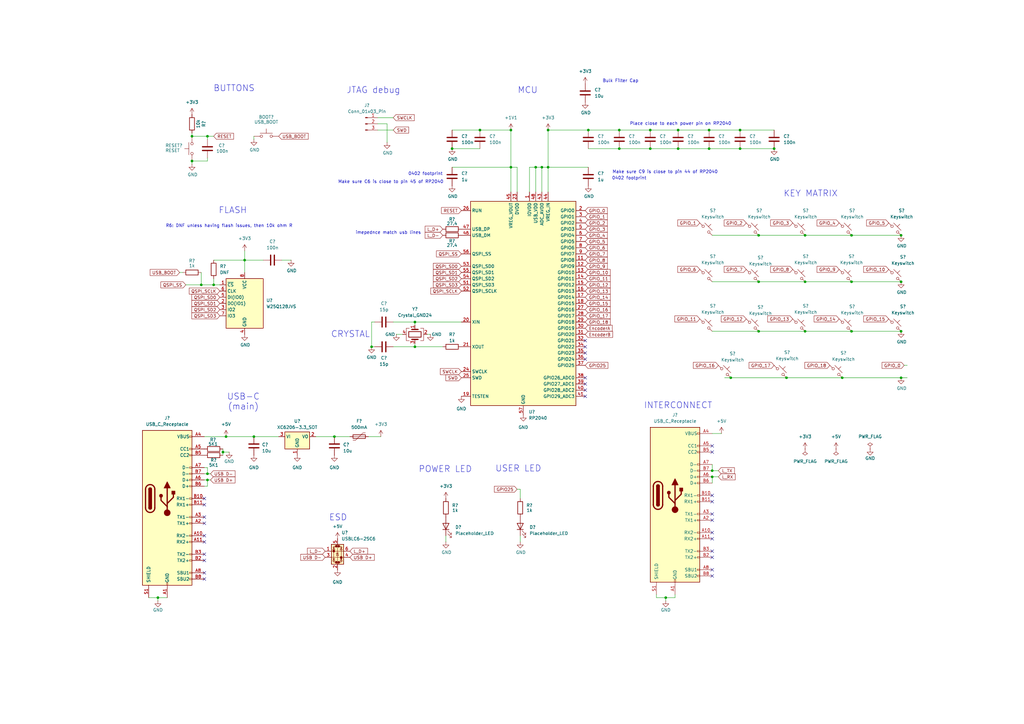
<source format=kicad_sch>
(kicad_sch (version 20231120) (generator "eeschema") (generator_version "8.0")
  (paper "A3")
  (junction (at 311.15 135.89))
  (junction (at 219.71 68.58))
  (junction (at 266.7 53.34))
  (junction (at 85.09 55.88))
  (junction (at 254 53.34))
  (junction (at 349.25 115.57))
  (junction (at 254 60.96))
  (junction (at 369.57 115.57))
  (junction (at 303.53 60.96))
  (junction (at 278.13 53.34))
  (junction (at 170.18 132.08))
  (junction (at 91.44 185.42))
  (junction (at 82.55 116.84))
  (junction (at 311.15 96.52))
  (junction (at 330.2 115.57))
  (junction (at 290.83 60.96))
  (junction (at 85.09 194.31))
  (junction (at 369.57 154.94))
  (junction (at 299.72 154.94))
  (junction (at 311.15 115.57))
  (junction (at 330.2 96.52))
  (junction (at 87.63 116.84))
  (junction (at 224.79 53.34))
  (junction (at 152.4 142.24))
  (junction (at 345.44 154.94))
  (junction (at 273.05 245.11))
  (junction (at 330.2 135.89))
  (junction (at 137.16 179.07))
  (junction (at 196.85 53.34))
  (junction (at 78.74 55.88))
  (junction (at 278.13 60.96))
  (junction (at 317.5 60.96))
  (junction (at 100.33 106.68))
  (junction (at 292.1 193.04))
  (junction (at 266.7 60.96))
  (junction (at 292.1 195.58))
  (junction (at 369.57 96.52))
  (junction (at 170.18 142.24))
  (junction (at 209.55 53.34))
  (junction (at 349.25 135.89))
  (junction (at 224.79 68.58))
  (junction (at 369.57 135.89))
  (junction (at 185.42 60.96))
  (junction (at 92.71 179.07))
  (junction (at 85.09 196.85))
  (junction (at 64.77 245.11))
  (junction (at 104.14 179.07))
  (junction (at 78.74 66.04))
  (junction (at 209.55 68.58))
  (junction (at 241.3 53.34))
  (junction (at 349.25 96.52))
  (junction (at 322.58 154.94))
  (junction (at 222.25 68.58))
  (junction (at 303.53 53.34))
  (junction (at 290.83 53.34))
  (no_connect (at 292.1 203.2))
  (no_connect (at 240.03 154.94))
  (no_connect (at 240.03 162.56))
  (no_connect (at 292.1 205.74))
  (no_connect (at 83.82 222.25))
  (no_connect (at 240.03 147.32))
  (no_connect (at 240.03 139.7))
  (no_connect (at 292.1 220.98))
  (no_connect (at 240.03 157.48))
  (no_connect (at 83.82 219.71))
  (no_connect (at 292.1 228.6))
  (no_connect (at 83.82 234.95))
  (no_connect (at 292.1 233.68))
  (no_connect (at 292.1 182.88))
  (no_connect (at 292.1 210.82))
  (no_connect (at 292.1 185.42))
  (no_connect (at 292.1 236.22))
  (no_connect (at 292.1 213.36))
  (no_connect (at 83.82 204.47))
  (no_connect (at 292.1 226.06))
  (no_connect (at 83.82 214.63))
  (no_connect (at 83.82 227.33))
  (no_connect (at 240.03 160.02))
  (no_connect (at 83.82 229.87))
  (no_connect (at 292.1 218.44))
  (no_connect (at 83.82 237.49))
  (no_connect (at 240.03 142.24))
  (no_connect (at 83.82 207.01))
  (no_connect (at 83.82 212.09))
  (no_connect (at 240.03 144.78))
  (wire (pts (xy 303.53 53.34) (xy 290.83 53.34)))
  (wire (pts (xy 161.29 142.24) (xy 170.18 142.24)))
  (wire (pts (xy 266.7 53.34) (xy 254 53.34)))
  (wire (pts (xy 100.33 106.68) (xy 100.33 111.76)))
  (wire (pts (xy 87.63 106.68) (xy 100.33 106.68)))
  (wire (pts (xy 311.15 96.52) (xy 330.2 96.52)))
  (wire (pts (xy 241.3 53.34) (xy 224.79 53.34)))
  (wire (pts (xy 78.74 67.31) (xy 78.74 66.04)))
  (wire (pts (xy 292.1 135.89) (xy 311.15 135.89)))
  (wire (pts (xy 266.7 60.96) (xy 278.13 60.96)))
  (wire (pts (xy 369.57 154.94) (xy 372.11 154.94)))
  (wire (pts (xy 87.63 114.3) (xy 87.63 116.84)))
  (wire (pts (xy 292.1 195.58) (xy 294.64 195.58)))
  (wire (pts (xy 85.09 66.04) (xy 78.74 66.04)))
  (wire (pts (xy 185.42 68.58) (xy 209.55 68.58)))
  (wire (pts (xy 311.15 135.89) (xy 330.2 135.89)))
  (wire (pts (xy 85.09 196.85) (xy 85.09 199.39)))
  (wire (pts (xy 85.09 194.31) (xy 83.82 194.31)))
  (wire (pts (xy 209.55 53.34) (xy 209.55 68.58)))
  (wire (pts (xy 85.09 55.88) (xy 87.63 55.88)))
  (wire (pts (xy 217.17 68.58) (xy 219.71 68.58)))
  (wire (pts (xy 330.2 135.89) (xy 349.25 135.89)))
  (wire (pts (xy 92.71 179.07) (xy 104.14 179.07)))
  (wire (pts (xy 222.25 68.58) (xy 224.79 68.58)))
  (wire (pts (xy 82.55 116.84) (xy 87.63 116.84)))
  (wire (pts (xy 176.53 137.16) (xy 175.26 137.16)))
  (wire (pts (xy 330.2 96.52) (xy 349.25 96.52)))
  (wire (pts (xy 273.05 245.11) (xy 276.86 245.11)))
  (wire (pts (xy 269.24 245.11) (xy 269.24 243.84)))
  (wire (pts (xy 64.77 246.38) (xy 64.77 245.11)))
  (wire (pts (xy 322.58 154.94) (xy 345.44 154.94)))
  (wire (pts (xy 213.36 222.25) (xy 213.36 219.71)))
  (wire (pts (xy 273.05 246.38) (xy 273.05 245.11)))
  (wire (pts (xy 299.72 154.94) (xy 322.58 154.94)))
  (wire (pts (xy 196.85 53.34) (xy 209.55 53.34)))
  (wire (pts (xy 209.55 68.58) (xy 209.55 78.74)))
  (wire (pts (xy 100.33 106.68) (xy 107.95 106.68)))
  (wire (pts (xy 278.13 60.96) (xy 290.83 60.96)))
  (wire (pts (xy 213.36 200.66) (xy 213.36 204.47)))
  (wire (pts (xy 212.09 200.66) (xy 213.36 200.66)))
  (wire (pts (xy 276.86 245.11) (xy 276.86 243.84)))
  (wire (pts (xy 224.79 68.58) (xy 224.79 78.74)))
  (wire (pts (xy 290.83 53.34) (xy 278.13 53.34)))
  (wire (pts (xy 73.66 111.76) (xy 74.93 111.76)))
  (wire (pts (xy 292.1 193.04) (xy 294.64 193.04)))
  (wire (pts (xy 156.21 179.07) (xy 151.13 179.07)))
  (wire (pts (xy 292.1 115.57) (xy 311.15 115.57)))
  (wire (pts (xy 154.94 50.8) (xy 158.75 50.8)))
  (wire (pts (xy 295.91 177.8) (xy 292.1 177.8)))
  (wire (pts (xy 85.09 55.88) (xy 85.09 57.15)))
  (wire (pts (xy 64.77 245.11) (xy 68.58 245.11)))
  (wire (pts (xy 349.25 135.89) (xy 369.57 135.89)))
  (wire (pts (xy 82.55 111.76) (xy 82.55 116.84)))
  (wire (pts (xy 292.1 190.5) (xy 292.1 193.04)))
  (wire (pts (xy 161.29 53.34) (xy 154.94 53.34)))
  (wire (pts (xy 254 53.34) (xy 241.3 53.34)))
  (wire (pts (xy 91.44 184.15) (xy 91.44 185.42)))
  (wire (pts (xy 86.36 196.85) (xy 85.09 196.85)))
  (wire (pts (xy 185.42 60.96) (xy 196.85 60.96)))
  (wire (pts (xy 212.09 78.74) (xy 212.09 68.58)))
  (wire (pts (xy 104.14 179.07) (xy 114.3 179.07)))
  (wire (pts (xy 86.36 194.31) (xy 85.09 194.31)))
  (wire (pts (xy 303.53 60.96) (xy 317.5 60.96)))
  (wire (pts (xy 152.4 132.08) (xy 153.67 132.08)))
  (wire (pts (xy 78.74 54.61) (xy 78.74 55.88)))
  (wire (pts (xy 241.3 60.96) (xy 254 60.96)))
  (wire (pts (xy 85.09 196.85) (xy 83.82 196.85)))
  (wire (pts (xy 297.18 154.94) (xy 299.72 154.94)))
  (wire (pts (xy 170.18 140.97) (xy 170.18 142.24)))
  (wire (pts (xy 129.54 179.07) (xy 137.16 179.07)))
  (wire (pts (xy 104.14 57.15) (xy 104.14 55.88)))
  (wire (pts (xy 224.79 68.58) (xy 241.3 68.58)))
  (wire (pts (xy 182.88 222.25) (xy 182.88 219.71)))
  (wire (pts (xy 100.33 102.87) (xy 100.33 106.68)))
  (wire (pts (xy 152.4 142.24) (xy 153.67 142.24)))
  (wire (pts (xy 158.75 50.8) (xy 158.75 58.42)))
  (wire (pts (xy 93.98 185.42) (xy 91.44 185.42)))
  (wire (pts (xy 87.63 116.84) (xy 90.17 116.84)))
  (wire (pts (xy 254 60.96) (xy 266.7 60.96)))
  (wire (pts (xy 85.09 191.77) (xy 83.82 191.77)))
  (wire (pts (xy 345.44 154.94) (xy 369.57 154.94)))
  (wire (pts (xy 212.09 68.58) (xy 209.55 68.58)))
  (wire (pts (xy 161.29 48.26) (xy 154.94 48.26)))
  (wire (pts (xy 76.2 116.84) (xy 82.55 116.84)))
  (wire (pts (xy 311.15 115.57) (xy 330.2 115.57)))
  (wire (pts (xy 119.38 106.68) (xy 115.57 106.68)))
  (wire (pts (xy 85.09 199.39) (xy 83.82 199.39)))
  (wire (pts (xy 152.4 132.08) (xy 152.4 142.24)))
  (wire (pts (xy 349.25 96.52) (xy 369.57 96.52)))
  (wire (pts (xy 185.42 53.34) (xy 196.85 53.34)))
  (wire (pts (xy 161.29 132.08) (xy 170.18 132.08)))
  (wire (pts (xy 292.1 96.52) (xy 311.15 96.52)))
  (wire (pts (xy 278.13 53.34) (xy 266.7 53.34)))
  (wire (pts (xy 170.18 132.08) (xy 170.18 133.35)))
  (wire (pts (xy 372.11 149.86) (xy 370.84 149.86)))
  (wire (pts (xy 349.25 115.57) (xy 369.57 115.57)))
  (wire (pts (xy 143.51 179.07) (xy 137.16 179.07)))
  (wire (pts (xy 224.79 53.34) (xy 224.79 68.58)))
  (wire (pts (xy 170.18 142.24) (xy 181.61 142.24)))
  (wire (pts (xy 222.25 68.58) (xy 222.25 78.74)))
  (wire (pts (xy 85.09 191.77) (xy 85.09 194.31)))
  (wire (pts (xy 91.44 185.42) (xy 91.44 186.69)))
  (wire (pts (xy 217.17 68.58) (xy 217.17 78.74)))
  (wire (pts (xy 269.24 245.11) (xy 273.05 245.11)))
  (wire (pts (xy 292.1 195.58) (xy 292.1 198.12)))
  (wire (pts (xy 83.82 179.07) (xy 92.71 179.07)))
  (wire (pts (xy 78.74 55.88) (xy 85.09 55.88)))
  (wire (pts (xy 330.2 115.57) (xy 349.25 115.57)))
  (wire (pts (xy 290.83 60.96) (xy 303.53 60.96)))
  (wire (pts (xy 219.71 68.58) (xy 219.71 78.74)))
  (wire (pts (xy 60.96 245.11) (xy 64.77 245.11)))
  (wire (pts (xy 170.18 132.08) (xy 189.23 132.08)))
  (wire (pts (xy 317.5 53.34) (xy 303.53 53.34)))
  (wire (pts (xy 85.09 64.77) (xy 85.09 66.04)))
  (wire (pts (xy 219.71 68.58) (xy 222.25 68.58)))
  (wire (pts (xy 162.56 137.16) (xy 165.1 137.16)))
  (text "MCU\n" (at 216.408 37.084 0) (effects (font (size 2.54 2.54))))
  (text "Bulk Filter Cap\n" (at 254.508 33.274 0) (effects (font (size 1.27 1.27))))
  (text "Make sure C9 is close to pin 44 of RP2040" (at 272.796 70.612 0) (effects (font (size 1.27 1.27))))
  (text "USER LED\n" (at 212.598 192.278 0) (effects (font (size 2.54 2.54))))
  (text "POWER LED" (at 182.626 192.532 0) (effects (font (size 2.54 2.54))))
  (text "FLASH" (at 95.504 86.36 0) (effects (font (size 2.54 2.54))))
  (text "ESD\n" (at 138.684 212.344 0) (effects (font (size 2.54 2.54))))
  (text "CRYSTAL\n" (at 143.764 137.16 0) (effects (font (size 2.54 2.54))))
  (text "0402 footprint\n" (at 174.498 71.374 0) (effects (font (size 1.27 1.27))))
  (text "INTERCONNECT\n" (at 278.13 166.37 0) (effects (font (size 2.54 2.54))))
  (text "BUTTONS\n" (at 96.012 36.322 0) (effects (font (size 2.54 2.54))))
  (text "Make sure C6 is close to pin 45 of RP2040" (at 160.274 74.676 0) (effects (font (size 1.27 1.27))))
  (text "JTAG debug\n" (at 153.162 37.084 0) (effects (font (size 2.54 2.54))))
  (text "R6: DNF unless having flash issues, then 10k ohm R" (at 93.98 92.71 0) (effects (font (size 1.27 1.27))))
  (text "imepednce match usb lines\n" (at 159.258 95.504 0) (effects (font (size 1.27 1.27))))
  (text "USB-C\n(main)" (at 99.822 164.846 0) (effects (font (size 2.54 2.54))))
  (text "0402 footprint\n" (at 258.064 73.152 0) (effects (font (size 1.27 1.27))))
  (text "Place close to each power pin on RP2040\n" (at 279.146 50.8 0) (effects (font (size 1.27 1.27))))
  (text "KEY MATRIX\n" (at 332.486 79.502 0) (effects (font (size 2.54 2.54))))
  (global_label "SWCLK" (shape input) (at 189.23 152.4 180) (property "Intersheetrefs" "${INTERSHEET_REFS}" (effects (hide yes))))
  (global_label "GPIO25" (shape input) (at 240.03 149.86 0) (property "Intersheetrefs" "${INTERSHEET_REFS}" (effects (hide yes))))
  (global_label "GPIO_13" (shape input) (at 240.03 119.38 0) (property "Intersheetrefs" "${INTERSHEET_REFS}" (effects (hide yes))))
  (global_label "L_D+" (shape input) (at 181.61 93.98 180) (property "Intersheetrefs" "${INTERSHEET_REFS}" (effects (hide yes))))
  (global_label "GPIO_18" (shape input) (at 340.36 149.86 180) (property "Intersheetrefs" "${INTERSHEET_REFS}" (effects (hide yes))))
  (global_label "USB D-" (shape input) (at 86.36 194.31 0) (property "Intersheetrefs" "${INTERSHEET_REFS}" (effects (hide yes))))
  (global_label "SWD" (shape input) (at 189.23 154.94 180) (property "Intersheetrefs" "${INTERSHEET_REFS}" (effects (hide yes))))
  (global_label "QSPI_SD1" (shape input) (at 189.23 111.76 180) (property "Intersheetrefs" "${INTERSHEET_REFS}" (effects (hide yes))))
  (global_label "GPIO_16" (shape input) (at 240.03 127 0) (property "Intersheetrefs" "${INTERSHEET_REFS}" (effects (hide yes))))
  (global_label "GPIO_15" (shape input) (at 364.49 130.81 180) (property "Intersheetrefs" "${INTERSHEET_REFS}" (effects (hide yes))))
  (global_label "L_D-" (shape input) (at 181.61 96.52 180) (property "Intersheetrefs" "${INTERSHEET_REFS}" (effects (hide yes))))
  (global_label "GPIO25" (shape input) (at 212.09 200.66 180) (property "Intersheetrefs" "${INTERSHEET_REFS}" (effects (hide yes))))
  (global_label "RESET" (shape input) (at 189.23 86.36 180) (property "Intersheetrefs" "${INTERSHEET_REFS}" (effects (hide yes))))
  (global_label "GPIO_17" (shape input) (at 240.03 129.54 0) (property "Intersheetrefs" "${INTERSHEET_REFS}" (effects (hide yes))))
  (global_label "QSPI_SD1" (shape input) (at 90.17 124.46 180) (property "Intersheetrefs" "${INTERSHEET_REFS}" (effects (hide yes))))
  (global_label "L_D-" (shape input) (at 133.35 226.06 180) (property "Intersheetrefs" "${INTERSHEET_REFS}" (effects (hide yes))))
  (global_label "QSPI_SS" (shape input) (at 189.23 104.14 180) (property "Intersheetrefs" "${INTERSHEET_REFS}" (effects (hide yes))))
  (global_label "RESET" (shape input) (at 87.63 55.88 0) (property "Intersheetrefs" "${INTERSHEET_REFS}" (effects (hide yes))))
  (global_label "GPIO_10" (shape input) (at 364.49 110.49 180) (property "Intersheetrefs" "${INTERSHEET_REFS}" (effects (hide yes))))
  (global_label "GPIO_9" (shape input) (at 344.17 110.49 180) (property "Intersheetrefs" "${INTERSHEET_REFS}" (effects (hide yes))))
  (global_label "QSPI_SD0" (shape input) (at 90.17 121.92 180) (property "Intersheetrefs" "${INTERSHEET_REFS}" (effects (hide yes))))
  (global_label "GPIO_8" (shape input) (at 325.12 110.49 180) (property "Intersheetrefs" "${INTERSHEET_REFS}" (effects (hide yes))))
  (global_label "GPIO_0" (shape input) (at 240.03 86.36 0) (property "Intersheetrefs" "${INTERSHEET_REFS}" (effects (hide yes))))
  (global_label "GPIO_5" (shape input) (at 364.49 91.44 180) (property "Intersheetrefs" "${INTERSHEET_REFS}" (effects (hide yes))))
  (global_label "QSPI_SD3" (shape input) (at 189.23 116.84 180) (property "Intersheetrefs" "${INTERSHEET_REFS}" (effects (hide yes))))
  (global_label "SWD" (shape input) (at 161.29 53.34 0) (property "Intersheetrefs" "${INTERSHEET_REFS}" (effects (hide yes))))
  (global_label "USB_BOOT" (shape input) (at 114.3 55.88 0) (property "Intersheetrefs" "${INTERSHEET_REFS}" (effects (hide yes))))
  (global_label "GPIO_4" (shape input) (at 240.03 96.52 0) (property "Intersheetrefs" "${INTERSHEET_REFS}" (effects (hide yes))))
  (global_label "GPIO_0" (shape input) (at 370.84 149.86 180) (property "Intersheetrefs" "${INTERSHEET_REFS}" (effects (hide yes))))
  (global_label "QSPI_SD0" (shape input) (at 189.23 109.22 180) (property "Intersheetrefs" "${INTERSHEET_REFS}" (effects (hide yes))))
  (global_label "GPIO_11" (shape input) (at 287.02 130.81 180) (property "Intersheetrefs" "${INTERSHEET_REFS}" (effects (hide yes))))
  (global_label "QSPI_SCLK" (shape input) (at 189.23 119.38 180) (property "Intersheetrefs" "${INTERSHEET_REFS}" (effects (hide yes))))
  (global_label "QSPI_SS" (shape input) (at 76.2 116.84 180) (property "Intersheetrefs" "${INTERSHEET_REFS}" (effects (hide yes))))
  (global_label "EncoderA" (shape input) (at 240.03 134.62 0) (property "Intersheetrefs" "${INTERSHEET_REFS}" (effects (hide yes))))
  (global_label "GPIO_12" (shape input) (at 306.07 130.81 180) (property "Intersheetrefs" "${INTERSHEET_REFS}" (effects (hide yes))))
  (global_label "SWCLK" (shape input) (at 161.29 48.26 0) (property "Intersheetrefs" "${INTERSHEET_REFS}" (effects (hide yes))))
  (global_label "QSPI_SD2" (shape input) (at 90.17 127 180) (property "Intersheetrefs" "${INTERSHEET_REFS}" (effects (hide yes))))
  (global_label "GPIO_1" (shape input) (at 240.03 88.9 0) (property "Intersheetrefs" "${INTERSHEET_REFS}" (effects (hide yes))))
  (global_label "GPIO_11" (shape input) (at 240.03 114.3 0) (property "Intersheetrefs" "${INTERSHEET_REFS}" (effects (hide yes))))
  (global_label "GPIO_15" (shape input) (at 240.03 124.46 0) (property "Intersheetrefs" "${INTERSHEET_REFS}" (effects (hide yes))))
  (global_label "USB D-" (shape input) (at 133.35 228.6 180) (property "Intersheetrefs" "${INTERSHEET_REFS}" (effects (hide yes))))
  (global_label "GPIO_1" (shape input) (at 287.02 91.44 180) (property "Intersheetrefs" "${INTERSHEET_REFS}" (effects (hide yes))))
  (global_label "QSPI_SCLK" (shape input) (at 90.17 119.38 180) (property "Intersheetrefs" "${INTERSHEET_REFS}" (effects (hide yes))))
  (global_label "QSPI_SD3" (shape input) (at 90.17 129.54 180) (property "Intersheetrefs" "${INTERSHEET_REFS}" (effects (hide yes))))
  (global_label "L_RX" (shape input) (at 294.64 195.58 0) (property "Intersheetrefs" "${INTERSHEET_REFS}" (effects (hide yes))))
  (global_label "GPIO_13" (shape input) (at 325.12 130.81 180) (property "Intersheetrefs" "${INTERSHEET_REFS}" (effects (hide yes))))
  (global_label "GPIO_5" (shape input) (at 240.03 99.06 0) (property "Intersheetrefs" "${INTERSHEET_REFS}" (effects (hide yes))))
  (global_label "USB D+" (shape input) (at 143.51 228.6 0) (property "Intersheetrefs" "${INTERSHEET_REFS}" (effects (hide yes))))
  (global_label "GPIO_17" (shape input) (at 317.5 149.86 180) (property "Intersheetrefs" "${INTERSHEET_REFS}" (effects (hide yes))))
  (global_label "QSPI_SD2" (shape input) (at 189.23 114.3 180) (property "Intersheetrefs" "${INTERSHEET_REFS}" (effects (hide yes))))
  (global_label "USB_BOOT" (shape input) (at 73.66 111.76 180) (property "Intersheetrefs" "${INTERSHEET_REFS}" (effects (hide yes))))
  (global_label "GPIO_10" (shape input) (at 240.03 111.76 0) (property "Intersheetrefs" "${INTERSHEET_REFS}" (effects (hide yes))))
  (global_label "GPIO_14" (shape input) (at 240.03 121.92 0) (property "Intersheetrefs" "${INTERSHEET_REFS}" (effects (hide yes))))
  (global_label "GPIO_18" (shape input) (at 240.03 132.08 0) (property "Intersheetrefs" "${INTERSHEET_REFS}" (effects (hide yes))))
  (global_label "GPIO_3" (shape input) (at 240.03 93.98 0) (property "Intersheetrefs" "${INTERSHEET_REFS}" (effects (hide yes))))
  (global_label "GPIO_12" (shape input) (at 240.03 116.84 0) (property "Intersheetrefs" "${INTERSHEET_REFS}" (effects (hide yes))))
  (global_label "L_TX" (shape input) (at 294.64 193.04 0) (property "Intersheetrefs" "${INTERSHEET_REFS}" (effects (hide yes))))
  (global_label "GPIO_2" (shape input) (at 240.03 91.44 0) (property "Intersheetrefs" "${INTERSHEET_REFS}" (effects (hide yes))))
  (global_label "GPIO_7" (shape input) (at 240.03 104.14 0) (property "Intersheetrefs" "${INTERSHEET_REFS}" (effects (hide yes))))
  (global_label "EncoderB" (shape input) (at 240.03 137.16 0) (property "Intersheetrefs" "${INTERSHEET_REFS}" (effects (hide yes))))
  (global_label "GPIO_3" (shape input) (at 325.12 91.44 180) (property "Intersheetrefs" "${INTERSHEET_REFS}" (effects (hide yes))))
  (global_label "GPIO_8" (shape input) (at 240.03 106.68 0) (property "Intersheetrefs" "${INTERSHEET_REFS}" (effects (hide yes))))
  (global_label "L_D+" (shape input) (at 143.51 226.06 0) (property "Intersheetrefs" "${INTERSHEET_REFS}" (effects (hide yes))))
  (global_label "GPIO_4" (shape input) (at 344.17 91.44 180) (property "Intersheetrefs" "${INTERSHEET_REFS}" (effects (hide yes))))
  (global_label "USB D+" (shape input) (at 86.36 196.85 0) (property "Intersheetrefs" "${INTERSHEET_REFS}" (effects (hide yes))))
  (global_label "GPIO_6" (shape input) (at 287.02 110.49 180) (property "Intersheetrefs" "${INTERSHEET_REFS}" (effects (hide yes))))
  (global_label "GPIO_16" (shape input) (at 294.64 149.86 180) (property "Intersheetrefs" "${INTERSHEET_REFS}" (effects (hide yes))))
  (global_label "GPIO_6" (shape input) (at 240.03 101.6 0) (property "Intersheetrefs" "${INTERSHEET_REFS}" (effects (hide yes))))
  (global_label "GPIO_2" (shape input) (at 306.07 91.44 180) (property "Intersheetrefs" "${INTERSHEET_REFS}" (effects (hide yes))))
  (global_label "GPIO_14" (shape input) (at 344.17 130.81 180) (property "Intersheetrefs" "${INTERSHEET_REFS}" (effects (hide yes))))
  (global_label "GPIO_9" (shape input) (at 240.03 109.22 0) (property "Intersheetrefs" "${INTERSHEET_REFS}" (effects (hide yes))))
  (global_label "GPIO_7" (shape input) (at 306.07 110.49 180) (property "Intersheetrefs" "${INTERSHEET_REFS}" (effects (hide yes))))
  (symbol (lib_id "Device:C") (at 157.48 132.08 270) (unit 1)
    (property "Reference" "C?" (at 157.48 124.46 90))
    (property "Value" "15p" (at 157.48 127 90))
    (property "Footprint" "ScottoKeebs_Components:Capacitor_0603" (effects (hide yes)))
    (property "Description" "Unpolarized capacitor" (effects (hide yes)))
  )
  (symbol (lib_id "power:+3V3") (at 224.79 53.34 0) (unit 1)
    (property "Reference" "#PWR028" (effects (hide yes)))
    (property "Value" "+3V3" (at 224.79 48.26 0))
    (property "Description" "Power symbol creates a global label with name \"+3V3\"" (effects (hide yes)))
  )
  (symbol (lib_id "Device:R") (at 87.63 184.15 90) (unit 1)
    (property "Reference" "R?" (at 87.376 180.34 90))
    (property "Value" "5K1" (at 87.376 182.118 90))
    (property "Footprint" "Resistor_SMD:R_0603_1608Metric" (effects (hide yes)))
    (property "Description" "Resistor" (effects (hide yes)))
  )
  (symbol (lib_id "power:PWR_FLAG") (at 342.9 184.15 180) (unit 1)
    (property "Reference" "#FLG02" (effects (hide yes)))
    (property "Value" "PWR_FLAG" (at 342.9 189.23 0))
    (property "Description" "Special symbol for telling ERC where power comes from" (effects (hide yes)))
  )
  (symbol (lib_id "Device:C") (at 137.16 182.88 0) (unit 1)
    (property "Reference" "C?" (at 140.716 182.372 0) (effects (justify left)))
    (property "Value" "10u" (at 140.716 184.912 0) (effects (justify left)))
    (property "Footprint" "ScottoKeebs_Components:Capacitor_0603" (effects (hide yes)))
    (property "Description" "Unpolarized capacitor" (effects (hide yes)))
  )
  (symbol (lib_id "Device:C") (at 85.09 60.96 180) (unit 1)
    (property "Reference" "C?" (at 90.932 59.69 0))
    (property "Value" "100n" (at 91.186 61.976 0))
    (property "Footprint" "ScottoKeebs_Components:Capacitor_0603" (effects (hide yes)))
    (property "Description" "Unpolarized capacitor" (effects (hide yes)))
  )
  (symbol (lib_id "ScottoKeebs:Placeholder_Polyfuse") (at 147.32 179.07 0) (unit 1)
    (property "Reference" "F?" (at 147.32 172.72 0))
    (property "Value" "500mA" (at 147.32 175.26 0))
    (property "Footprint" "ScottoKeebs_Components:Fuse_0603" (effects (hide yes)))
    (property "Description" "Resettable fuse, polymeric positive temperature coefficient" (effects (hide yes)))
  )
  (symbol (lib_id "ScottoKeebs:Placeholder_Keyswitch") (at 308.61 113.03 0) (unit 1)
    (property "Reference" "S?" (at 311.912 105.664 0))
    (property "Value" "Keyswitch" (at 311.912 108.204 0))
    (property "Footprint" "ScottoKeebs_Hotswap:Hotswap_Choc_V2_Plated_1.00u" (effects (hide yes)))
    (property "Description" "Push button switch, normally open, two pins, 45° tilted" (effects (hide yes)))
  )
  (symbol (lib_id "ScottoKeebs:Placeholder_Keyswitch") (at 342.9 152.4 0) (unit 1)
    (property "Reference" "S?" (at 345.948 144.78 0))
    (property "Value" "Keyswitch" (at 345.948 147.32 0))
    (property "Footprint" "ScottoKeebs_Hotswap:Hotswap_Choc_V2_Plated_1.00u" (effects (hide yes)))
    (property "Description" "Push button switch, normally open, two pins, 45° tilted" (effects (hide yes)))
  )
  (symbol (lib_id "power:GND") (at 356.87 184.15 0) (unit 1)
    (property "Reference" "#PWR037" (effects (hide yes)))
    (property "Value" "GND" (at 354.838 187.96 0) (effects (justify left)))
    (property "Description" "Power symbol creates a global label with name \"GND\" , ground" (effects (hide yes)))
  )
  (symbol (lib_id "ScottoKeebs:Placeholder_Keyswitch") (at 367.03 113.03 0) (unit 1)
    (property "Reference" "S?" (at 370.332 105.41 0))
    (property "Value" "Keyswitch" (at 370.332 107.95 0))
    (property "Footprint" "ScottoKeebs_Hotswap:Hotswap_Choc_V2_Plated_1.00u" (effects (hide yes)))
    (property "Description" "Push button switch, normally open, two pins, 45° tilted" (effects (hide yes)))
  )
  (symbol (lib_id "ScottoKeebs:Placeholder_Keyswitch") (at 289.56 133.35 0) (unit 1)
    (property "Reference" "S?" (at 292.354 125.476 0))
    (property "Value" "Keyswitch" (at 292.354 128.016 0))
    (property "Footprint" "ScottoKeebs_Hotswap:Hotswap_Choc_V2_Plated_1.00u" (effects (hide yes)))
    (property "Description" "Push button switch, normally open, two pins, 45° tilted" (effects (hide yes)))
  )
  (symbol (lib_id "Device:R") (at 185.42 142.24 90) (unit 1)
    (property "Reference" "R?" (at 185.42 137.16 90))
    (property "Value" "1k" (at 185.42 139.7 90))
    (property "Footprint" "Resistor_SMD:R_0603_1608Metric" (effects (hide yes)))
    (property "Description" "Resistor" (effects (hide yes)))
  )
  (symbol (lib_id "power:+5V") (at 92.71 179.07 0) (unit 1)
    (property "Reference" "#PWR04" (effects (hide yes)))
    (property "Value" "+5V" (at 92.71 173.99 0))
    (property "Description" "Power symbol creates a global label with name \"+5V\"" (effects (hide yes)))
  )
  (symbol (lib_id "power:+1V1") (at 209.55 53.34 0) (unit 1)
    (property "Reference" "#PWR025" (effects (hide yes)))
    (property "Value" "+1V1" (at 209.55 48.26 0))
    (property "Description" "Power symbol creates a global label with name \"+1V1\"" (effects (hide yes)))
  )
  (symbol (lib_id "power:GND") (at 185.42 60.96 0) (unit 1)
    (property "Reference" "#PWR022" (effects (hide yes)))
    (property "Value" "GND" (at 185.674 65.278 0))
    (property "Description" "Power symbol creates a global label with name \"GND\" , ground" (effects (hide yes)))
  )
  (symbol (lib_id "power:GND") (at 213.36 222.25 0) (unit 1)
    (property "Reference" "#PWR026" (effects (hide yes)))
    (property "Value" "GND" (at 213.614 226.568 0))
    (property "Description" "Power symbol creates a global label with name \"GND\" , ground" (effects (hide yes)))
  )
  (symbol (lib_id "power:+5V") (at 138.43 220.98 0) (unit 1)
    (property "Reference" "#PWR013" (effects (hide yes)))
    (property "Value" "+5V" (at 138.43 215.9 0))
    (property "Description" "Power symbol creates a global label with name \"+5V\"" (effects (hide yes)))
  )
  (symbol (lib_id "power:GND") (at 369.57 135.89 0) (unit 1)
    (property "Reference" "#PWR040" (effects (hide yes)))
    (property "Value" "GND" (at 369.824 140.208 0))
    (property "Description" "Power symbol creates a global label with name \"GND\" , ground" (effects (hide yes)))
  )
  (symbol (lib_id "ScottoKeebs:Placeholder_Keyswitch") (at 297.18 152.4 0) (unit 1)
    (property "Reference" "S?" (at 300.482 145.034 0))
    (property "Value" "Keyswitch" (at 300.482 147.574 0))
    (property "Footprint" "ScottoKeebs_Hotswap:Hotswap_Choc_V2_Plated_1.00u" (effects (hide yes)))
    (property "Description" "Push button switch, normally open, two pins, 45° tilted" (effects (hide yes)))
  )
  (symbol (lib_id "Device:C") (at 185.42 72.39 0) (unit 1)
    (property "Reference" "C?" (at 189.23 71.1199 0) (effects (justify left)))
    (property "Value" "1u" (at 189.23 73.6599 0) (effects (justify left)))
    (property "Footprint" "ScottoKeebs_Components:Capacitor_0402" (effects (hide yes)))
    (property "Description" "Unpolarized capacitor" (effects (hide yes)))
  )
  (symbol (lib_id "power:GND") (at 369.57 96.52 0) (unit 1)
    (property "Reference" "#PWR038" (effects (hide yes)))
    (property "Value" "GND" (at 369.824 100.838 0))
    (property "Description" "Power symbol creates a global label with name \"GND\" , ground" (effects (hide yes)))
  )
  (symbol (lib_id "power:GND") (at 100.33 137.16 0) (unit 1)
    (property "Reference" "#PWR07" (effects (hide yes)))
    (property "Value" "GND" (at 100.584 141.478 0))
    (property "Description" "Power symbol creates a global label with name \"GND\" , ground" (effects (hide yes)))
  )
  (symbol (lib_id "Device:C") (at 278.13 57.15 0) (unit 1)
    (property "Reference" "C?" (at 281.94 55.8799 0) (effects (justify left)))
    (property "Value" "100n" (at 281.94 58.4199 0) (effects (justify left)))
    (property "Footprint" "ScottoKeebs_Components:Capacitor_0603" (effects (hide yes)))
    (property "Description" "Unpolarized capacitor" (effects (hide yes)))
  )
  (symbol (lib_id "Device:C") (at 185.42 57.15 0) (unit 1)
    (property "Reference" "C?" (at 189.23 55.8799 0) (effects (justify left)))
    (property "Value" "100n" (at 189.23 58.4199 0) (effects (justify left)))
    (property "Footprint" "ScottoKeebs_Components:Capacitor_0603" (effects (hide yes)))
    (property "Description" "Unpolarized capacitor" (effects (hide yes)))
  )
  (symbol (lib_id "power:+3V3") (at 330.2 184.15 0) (unit 1)
    (property "Reference" "#PWR035" (effects (hide yes)))
    (property "Value" "+3V3" (at 330.2 179.07 0))
    (property "Description" "Power symbol creates a global label with name \"+3V3\"" (effects (hide yes)))
  )
  (symbol (lib_id "ScottoKeebs:Placeholder_Keyswitch") (at 308.61 133.35 0) (unit 1)
    (property "Reference" "S?" (at 311.912 125.984 0))
    (property "Value" "Keyswitch" (at 311.912 128.524 0))
    (property "Footprint" "ScottoKeebs_Hotswap:Hotswap_Choc_V2_Plated_1.00u" (effects (hide yes)))
    (property "Description" "Push button switch, normally open, two pins, 45° tilted" (effects (hide yes)))
  )
  (symbol (lib_id "power:GND") (at 189.23 162.56 0) (unit 1)
    (property "Reference" "#PWR024" (effects (hide yes)))
    (property "Value" "GND" (at 189.23 167.64 0))
    (property "Description" "Power symbol creates a global label with name \"GND\" , ground" (effects (hide yes)))
  )
  (symbol (lib_id "power:GND") (at 104.14 186.69 0) (unit 1)
    (property "Reference" "#PWR09" (effects (hide yes)))
    (property "Value" "GND" (at 104.14 191.77 0))
    (property "Description" "Power symbol creates a global label with name \"GND\" , ground" (effects (hide yes)))
  )
  (symbol (lib_id "power:GND") (at 121.92 186.69 0) (unit 1)
    (property "Reference" "#PWR011" (effects (hide yes)))
    (property "Value" "GND" (at 121.92 191.77 0))
    (property "Description" "Power symbol creates a global label with name \"GND\" , ground" (effects (hide yes)))
  )
  (symbol (lib_id "Device:R") (at 185.42 93.98 90) (unit 1)
    (property "Reference" "R?" (at 185.42 89.916 90))
    (property "Value" "27.4" (at 185.42 91.694 90))
    (property "Footprint" "Resistor_SMD:R_0603_1608Metric" (effects (hide yes)))
    (property "Description" "Resistor" (effects (hide yes)))
  )
  (symbol (lib_id "power:+3V3") (at 78.74 46.99 0) (unit 1)
    (property "Reference" "#PWR02" (effects (hide yes)))
    (property "Value" "+3V3" (at 78.74 41.91 0))
    (property "Description" "Power symbol creates a global label with name \"+3V3\"" (effects (hide yes)))
  )
  (symbol (lib_id "power:GND") (at 119.38 106.68 0) (unit 1)
    (property "Reference" "#PWR010" (effects (hide yes)))
    (property "Value" "GND" (at 119.634 110.998 0))
    (property "Description" "Power symbol creates a global label with name \"GND\" , ground" (effects (hide yes)))
  )
  (symbol (lib_id "ScottoKeebs:Placeholder_LED") (at 182.88 215.9 90) (unit 1)
    (property "Reference" "D?" (at 186.69 216.2174 90) (effects (justify right)))
    (property "Value" "Placeholder_LED" (at 186.69 218.7574 90) (effects (justify right)))
    (property "Footprint" "ScottoKeebs_Components:LED_0805" (effects (hide yes)))
    (property "Description" "Light emitting diode" (effects (hide yes)))
  )
  (symbol (lib_id "ScottoKeebs:Placeholder_Keyswitch") (at 327.66 133.35 0) (unit 1)
    (property "Reference" "S?" (at 330.454 125.476 0))
    (property "Value" "Keyswitch" (at 330.454 128.016 0))
    (property "Footprint" "ScottoKeebs_Hotswap:Hotswap_Choc_V2_Plated_1.00u" (effects (hide yes)))
    (property "Description" "Push button switch, normally open, two pins, 45° tilted" (effects (hide yes)))
  )
  (symbol (lib_id "Device:C") (at 111.76 106.68 90) (unit 1)
    (property "Reference" "C?" (at 111.76 99.06 90))
    (property "Value" "100n" (at 111.76 101.6 90))
    (property "Footprint" "ScottoKeebs_Components:Capacitor_0603" (effects (hide yes)))
    (property "Description" "Unpolarized capacitor" (effects (hide yes)))
  )
  (symbol (lib_id "Device:C") (at 157.48 142.24 270) (unit 1)
    (property "Reference" "C?" (at 157.48 146.812 90))
    (property "Value" "15p" (at 157.48 149.352 90))
    (property "Footprint" "ScottoKeebs_Components:Capacitor_0603" (effects (hide yes)))
    (property "Description" "Unpolarized capacitor" (effects (hide yes)))
  )
  (symbol (lib_id "power:+5V") (at 295.91 177.8 0) (unit 1)
    (property "Reference" "#PWR033" (effects (hide yes)))
    (property "Value" "+5V" (at 295.91 172.72 0))
    (property "Description" "Power symbol creates a global label with name \"+5V\"" (effects (hide yes)))
  )
  (symbol (lib_id "Device:C") (at 317.5 57.15 0) (unit 1)
    (property "Reference" "C?" (at 321.31 55.8799 0) (effects (justify left)))
    (property "Value" "100n" (at 321.31 58.4199 0) (effects (justify left)))
    (property "Footprint" "ScottoKeebs_Components:Capacitor_0603" (effects (hide yes)))
    (property "Description" "Unpolarized capacitor" (effects (hide yes)))
  )
  (symbol (lib_id "Device:C") (at 104.14 182.88 0) (unit 1)
    (property "Reference" "C?" (at 107.442 182.372 0) (effects (justify left)))
    (property "Value" "10u" (at 107.442 184.912 0) (effects (justify left)))
    (property "Footprint" "ScottoKeebs_Components:Capacitor_0603" (effects (hide yes)))
    (property "Description" "Unpolarized capacitor" (effects (hide yes)))
  )
  (symbol (lib_id "ScottoKeebs:Placeholder_LED") (at 213.36 215.9 90) (unit 1)
    (property "Reference" "D?" (at 217.17 216.2174 90) (effects (justify right)))
    (property "Value" "Placeholder_LED" (at 217.17 218.7574 90) (effects (justify right)))
    (property "Footprint" "ScottoKeebs_Components:LED_0805" (effects (hide yes)))
    (property "Description" "Light emitting diode" (effects (hide yes)))
  )
  (symbol (lib_id "Device:C") (at 303.53 57.15 0) (unit 1)
    (property "Reference" "C?" (at 307.34 55.8799 0) (effects (justify left)))
    (property "Value" "100n" (at 307.34 58.4199 0) (effects (justify left)))
    (property "Footprint" "ScottoKeebs_Components:Capacitor_0603" (effects (hide yes)))
    (property "Description" "Unpolarized capacitor" (effects (hide yes)))
  )
  (symbol (lib_id "Device:C") (at 266.7 57.15 0) (unit 1)
    (property "Reference" "C?" (at 270.51 55.8799 0) (effects (justify left)))
    (property "Value" "100n" (at 270.51 58.4199 0) (effects (justify left)))
    (property "Footprint" "ScottoKeebs_Components:Capacitor_0603" (effects (hide yes)))
    (property "Description" "Unpolarized capacitor" (effects (hide yes)))
  )
  (symbol (lib_id "Device:C") (at 254 57.15 0) (unit 1)
    (property "Reference" "C?" (at 257.81 55.8799 0) (effects (justify left)))
    (property "Value" "100n" (at 257.81 58.4199 0) (effects (justify left)))
    (property "Footprint" "ScottoKeebs_Components:Capacitor_0603" (effects (hide yes)))
    (property "Description" "Unpolarized capacitor" (effects (hide yes)))
  )
  (symbol (lib_id "power:GND") (at 158.75 58.42 0) (unit 1)
    (property "Reference" "#PWR017" (effects (hide yes)))
    (property "Value" "GND" (at 159.004 62.738 0))
    (property "Description" "Power symbol creates a global label with name \"GND\" , ground" (effects (hide yes)))
  )
  (symbol (lib_id "Device:C") (at 196.85 57.15 0) (unit 1)
    (property "Reference" "C?" (at 200.66 55.8799 0) (effects (justify left)))
    (property "Value" "100n" (at 200.66 58.4199 0) (effects (justify left)))
    (property "Footprint" "ScottoKeebs_Components:Capacitor_0603" (effects (hide yes)))
    (property "Description" "Unpolarized capacitor" (effects (hide yes)))
  )
  (symbol (lib_id "MCU_RaspberryPi:RP2040") (at 214.63 124.46 0) (unit 1)
    (property "Reference" "U?" (at 216.8241 168.91 0) (effects (justify left)))
    (property "Value" "RP2040" (at 216.8241 171.45 0) (effects (justify left)))
    (property "Footprint" "Package_DFN_QFN:QFN-56-1EP_7x7mm_P0.4mm_EP3.2x3.2mm" (effects (hide yes)))
    (property "Datasheet" "https://datasheets.raspberrypi.com/rp2040/rp2040-datasheet.pdf" (effects (hide yes)))
    (property "Description" "A microcontroller by Raspberry Pi" (effects (hide yes)))
  )
  (symbol (lib_id "power:GND") (at 369.57 115.57 0) (unit 1)
    (property "Reference" "#PWR039" (effects (hide yes)))
    (property "Value" "GND" (at 369.824 119.888 0))
    (property "Description" "Power symbol creates a global label with name \"GND\" , ground" (effects (hide yes)))
  )
  (symbol (lib_id "power:+3V3") (at 100.33 102.87 0) (unit 1)
    (property "Reference" "#PWR06" (effects (hide yes)))
    (property "Value" "+3V3" (at 100.33 97.79 0))
    (property "Description" "Power symbol creates a global label with name \"+3V3\"" (effects (hide yes)))
  )
  (symbol (lib_id "ScottoKeebs:Placeholder_Keyswitch") (at 327.66 113.03 0) (unit 1)
    (property "Reference" "S?" (at 330.454 105.156 0))
    (property "Value" "Keyswitch" (at 330.454 107.696 0))
    (property "Footprint" "ScottoKeebs_Hotswap:Hotswap_Choc_V2_Plated_1.00u" (effects (hide yes)))
    (property "Description" "Push button switch, normally open, two pins, 45° tilted" (effects (hide yes)))
  )
  (symbol (lib_id "power:GND") (at 317.5 60.96 0) (unit 1)
    (property "Reference" "#PWR034" (effects (hide yes)))
    (property "Value" "GND" (at 317.754 65.278 0))
    (property "Description" "Power symbol creates a global label with name \"GND\" , ground" (effects (hide yes)))
  )
  (symbol (lib_id "power:GND") (at 240.03 41.91 0) (unit 1)
    (property "Reference" "#PWR030" (effects (hide yes)))
    (property "Value" "GND" (at 240.284 46.228 0))
    (property "Description" "Power symbol creates a global label with name \"GND\" , ground" (effects (hide yes)))
  )
  (symbol (lib_id "ScottoKeebs:Placeholder_Keyswitch") (at 346.71 113.03 0) (unit 1)
    (property "Reference" "S?" (at 349.25 105.156 0))
    (property "Value" "Keyswitch" (at 349.25 107.696 0))
    (property "Footprint" "ScottoKeebs_Hotswap:Hotswap_Choc_V2_Plated_1.00u" (effects (hide yes)))
    (property "Description" "Push button switch, normally open, two pins, 45° tilted" (effects (hide yes)))
  )
  (symbol (lib_id "power:GND") (at 138.43 233.68 0) (unit 1)
    (property "Reference" "#PWR014" (effects (hide yes)))
    (property "Value" "GND" (at 138.43 238.76 0))
    (property "Description" "Power symbol creates a global label with name \"GND\" , ground" (effects (hide yes)))
  )
  (symbol (lib_id "Switch:SW_Push") (at 109.22 55.88 0) (unit 1)
    (property "Reference" "BOOT?" (at 109.22 48.006 0))
    (property "Value" "USB_BOOT" (at 109.22 50.038 0))
    (property "Footprint" "Button_Switch_SMD:SW_Push_1P1T_NO_CK_KMR2" (effects (hide yes)))
    (property "Description" "Push button switch, generic, two pins" (effects (hide yes)))
  )
  (symbol (lib_id "power:GND") (at 93.98 185.42 0) (unit 1)
    (property "Reference" "#PWR05" (effects (hide yes)))
    (property "Value" "GND" (at 91.948 189.23 0) (effects (justify left)))
    (property "Description" "Power symbol creates a global label with name \"GND\" , ground" (effects (hide yes)))
  )
  (symbol (lib_id "power:GND") (at 241.3 76.2 0) (unit 1)
    (property "Reference" "#PWR031" (effects (hide yes)))
    (property "Value" "GND" (at 241.554 80.518 0))
    (property "Description" "Power symbol creates a global label with name \"GND\" , ground" (effects (hide yes)))
  )
  (symbol (lib_id "Device:C") (at 241.3 72.39 0) (unit 1)
    (property "Reference" "C?" (at 245.11 71.1199 0) (effects (justify left)))
    (property "Value" "1u" (at 245.11 73.6599 0) (effects (justify left)))
    (property "Footprint" "ScottoKeebs_Components:Capacitor_0402" (effects (hide yes)))
    (property "Description" "Unpolarized capacitor" (effects (hide yes)))
  )
  (symbol (lib_id "ScottoKeebs:Placeholder_Keyswitch") (at 346.71 93.98 0) (unit 1)
    (property "Reference" "S?" (at 349.504 86.36 0))
    (property "Value" "Keyswitch" (at 349.504 88.9 0))
    (property "Footprint" "ScottoKeebs_Hotswap:Hotswap_Choc_V2_Plated_1.00u" (effects (hide yes)))
    (property "Description" "Push button switch, normally open, two pins, 45° tilted" (effects (hide yes)))
  )
  (symbol (lib_id "ScottoKeebs:Placeholder_Keyswitch") (at 320.04 152.4 0) (unit 1)
    (property "Reference" "S?" (at 322.834 144.526 0))
    (property "Value" "Keyswitch" (at 322.834 147.066 0))
    (property "Footprint" "ScottoKeebs_Hotswap:Hotswap_Choc_V2_Plated_1.00u" (effects (hide yes)))
    (property "Description" "Push button switch, normally open, two pins, 45° tilted" (effects (hide yes)))
  )
  (symbol (lib_id "Device:C") (at 240.03 38.1 0) (unit 1)
    (property "Reference" "C?" (at 243.84 36.8299 0) (effects (justify left)))
    (property "Value" "10u" (at 243.84 39.3699 0) (effects (justify left)))
    (property "Footprint" "ScottoKeebs_Components:Capacitor_0603" (effects (hide yes)))
    (property "Description" "Unpolarized capacitor" (effects (hide yes)))
  )
  (symbol (lib_id "ScottoKeebs:Placeholder_Keyswitch") (at 327.66 93.98 0) (unit 1)
    (property "Reference" "S?" (at 330.454 86.36 0))
    (property "Value" "Keyswitch" (at 330.454 88.9 0))
    (property "Footprint" "ScottoKeebs_Hotswap:Hotswap_Choc_V2_Plated_1.00u" (effects (hide yes)))
    (property "Description" "Push button switch, normally open, two pins, 45° tilted" (effects (hide yes)))
  )
  (symbol (lib_id "power:PWR_FLAG") (at 356.87 184.15 0) (unit 1)
    (property "Reference" "#FLG03" (effects (hide yes)))
    (property "Value" "PWR_FLAG" (at 356.87 179.07 0))
    (property "Description" "Special symbol for telling ERC where power comes from" (effects (hide yes)))
  )
  (symbol (lib_id "power:+5V") (at 342.9 184.15 0) (unit 1)
    (property "Reference" "#PWR036" (effects (hide yes)))
    (property "Value" "+5V" (at 342.9 179.07 0))
    (property "Description" "Power symbol creates a global label with name \"+5V\"" (effects (hide yes)))
  )
  (symbol (lib_id "ScottoKeebs:Placeholder_Keyswitch") (at 289.56 113.03 0) (unit 1)
    (property "Reference" "S?" (at 292.354 105.156 0))
    (property "Value" "Keyswitch" (at 292.354 107.696 0))
    (property "Footprint" "ScottoKeebs_Hotswap:Hotswap_Choc_V2_Plated_1.00u" (effects (hide yes)))
    (property "Description" "Push button switch, normally open, two pins, 45° tilted" (effects (hide yes)))
  )
  (symbol (lib_id "Device:R") (at 185.42 96.52 270) (unit 1)
    (property "Reference" "R?" (at 185.42 98.806 90))
    (property "Value" "27.4" (at 185.42 100.584 90))
    (property "Footprint" "Resistor_SMD:R_0603_1608Metric" (effects (hide yes)))
    (property "Description" "Resistor" (effects (hide yes)))
  )
  (symbol (lib_id "Device:R") (at 87.63 186.69 90) (unit 1)
    (property "Reference" "R?" (at 87.63 188.722 90))
    (property "Value" "5K1" (at 87.63 190.754 90))
    (property "Footprint" "Resistor_SMD:R_0603_1608Metric" (effects (hide yes)))
    (property "Description" "Resistor" (effects (hide yes)))
  )
  (symbol (lib_id "Device:Crystal_GND24") (at 170.18 137.16 270) (unit 1)
    (property "Reference" "Y?" (at 170.18 126.746 90))
    (property "Value" "Crystal_GND24" (at 170.18 129.286 90))
    (property "Footprint" "Crystal:Crystal_SMD_Abracon_ABM8G-4Pin_3.2x2.5mm" (effects (hide yes)))
    (property "Description" "Four pin crystal, GND on pins 2 and 4" (effects (hide yes)))
  )
  (symbol (lib_id "power:GND") (at 104.14 57.15 0) (unit 1)
    (property "Reference" "#PWR08" (effects (hide yes)))
    (property "Value" "GND" (at 104.394 61.468 0))
    (property "Description" "Power symbol creates a global label with name \"GND\" , ground" (effects (hide yes)))
  )
  (symbol (lib_id "power:GND") (at 185.42 76.2 0) (unit 1)
    (property "Reference" "#PWR023" (effects (hide yes)))
    (property "Value" "GND" (at 185.674 80.518 0))
    (property "Description" "Power symbol creates a global label with name \"GND\" , ground" (effects (hide yes)))
  )
  (symbol (lib_id "Connector:Conn_01x03_Pin") (at 149.86 50.8 0) (unit 1)
    (property "Reference" "J?" (at 150.495 43.18 0))
    (property "Value" "Conn_01x03_Pin" (at 150.495 45.72 0))
    (property "Footprint" "Connector_JST:JST_XH_B3B-XH-AM_1x03_P2.50mm_Vertical" (effects (hide yes)))
    (property "Description" "Generic connector, single row, 01x03, script generated" (effects (hide yes)))
  )
  (symbol (lib_id "power:+3V3") (at 156.21 179.07 0) (unit 1)
    (property "Reference" "#PWR016" (effects (hide yes)))
    (property "Value" "+3V3" (at 156.21 173.99 0))
    (property "Description" "Power symbol creates a global label with name \"+3V3\"" (effects (hide yes)))
  )
  (symbol (lib_id "power:+3V3") (at 182.88 204.47 0) (unit 1)
    (property "Reference" "#PWR020" (effects (hide yes)))
    (property "Value" "+3V3" (at 182.88 199.39 0))
    (property "Description" "Power symbol creates a global label with name \"+3V3\"" (effects (hide yes)))
  )
  (symbol (lib_id "power:GND") (at 78.74 67.31 0) (unit 1)
    (property "Reference" "#PWR03" (effects (hide yes)))
    (property "Value" "GND" (at 78.994 71.628 0))
    (property "Description" "Power symbol creates a global label with name \"GND\" , ground" (effects (hide yes)))
  )
  (symbol (lib_id "ScottoKeebs:Placeholder_Keyswitch") (at 367.03 93.98 0) (unit 1)
    (property "Reference" "S?" (at 369.824 86.36 0))
    (property "Value" "Keyswitch" (at 369.824 88.9 0))
    (property "Footprint" "ScottoKeebs_Hotswap:Hotswap_Choc_V2_Plated_1.00u" (effects (hide yes)))
    (property "Description" "Push button switch, normally open, two pins, 45° tilted" (effects (hide yes)))
  )
  (symbol (lib_id "power:GND") (at 182.88 222.25 0) (unit 1)
    (property "Reference" "#PWR021" (effects (hide yes)))
    (property "Value" "GND" (at 183.134 226.568 0))
    (property "Description" "Power symbol creates a global label with name \"GND\" , ground" (effects (hide yes)))
  )
  (symbol (lib_id "ScottoKeebs:Placeholder_Keyswitch") (at 346.71 133.35 0) (unit 1)
    (property "Reference" "S?" (at 349.504 125.73 0))
    (property "Value" "Keyswitch" (at 349.504 128.27 0))
    (property "Footprint" "ScottoKeebs_Hotswap:Hotswap_Choc_V2_Plated_1.00u" (effects (hide yes)))
    (property "Description" "Push button switch, normally open, two pins, 45° tilted" (effects (hide yes)))
  )
  (symbol (lib_id "Regulator_Linear:NCP1117-3.3_SOT223") (at 121.92 179.07 0) (unit 1)
    (property "Reference" "U?" (at 121.92 172.72 0))
    (property "Value" "XC6206-3.3_SOT" (at 121.92 175.26 0))
    (property "Footprint" "ScottoKeebs_Components:Voltage_SOT-23" (effects (hide yes)))
    (property "Datasheet" "http://www.onsemi.com/pub_link/Collateral/NCP1117-D.PDF" (effects (hide yes)))
    (property "Description" "1A Low drop-out regulator, Fixed Output 3.3V, SOT-223" (effects (hide yes)))
  )
  (symbol (lib_id "ScottoKeebs:Placeholder_Keyswitch") (at 367.03 133.35 0) (unit 1)
    (property "Reference" "S?" (at 370.332 125.73 0))
    (property "Value" "Keyswitch" (at 370.332 128.27 0))
    (property "Footprint" "ScottoKeebs_Hotswap:Hotswap_Choc_V2_Plated_1.00u" (effects (hide yes)))
    (property "Description" "Push button switch, normally open, two pins, 45° tilted" (effects (hide yes)))
  )
  (symbol (lib_id "power:GND") (at 137.16 186.69 0) (unit 1)
    (property "Reference" "#PWR012" (effects (hide yes)))
    (property "Value" "GND" (at 137.16 191.77 0))
    (property "Description" "Power symbol creates a global label with name \"GND\" , ground" (effects (hide yes)))
  )
  (symbol (lib_id "power:GND") (at 162.56 137.16 0) (unit 1)
    (property "Reference" "#PWR018" (effects (hide yes)))
    (property "Value" "GND" (at 160.02 137.16 0))
    (property "Description" "Power symbol creates a global label with name \"GND\" , ground" (effects (hide yes)))
  )
  (symbol (lib_id "Device:R") (at 87.63 110.49 180) (unit 1)
    (property "Reference" "R?" (at 90.17 109.2199 0) (effects (justify right)))
    (property "Value" "DNF" (at 90.17 111.7599 0) (effects (justify right)))
    (property "Footprint" "Resistor_SMD:R_0603_1608Metric" (effects (hide yes)))
    (property "Description" "Resistor" (effects (hide yes)))
  )
  (symbol (lib_id "Device:C") (at 290.83 57.15 0) (unit 1)
    (property "Reference" "C?" (at 294.64 55.8799 0) (effects (justify left)))
    (property "Value" "100n" (at 294.64 58.4199 0) (effects (justify left)))
    (property "Footprint" "ScottoKeebs_Components:Capacitor_0603" (effects (hide yes)))
    (property "Description" "Unpolarized capacitor" (effects (hide yes)))
  )
  (symbol (lib_id "Memory_Flash:W25Q128JVS") (at 100.33 124.46 0) (unit 1)
    (property "Reference" "U?" (at 109.22 123.1899 0) (effects (justify left)))
    (property "Value" "W25Q128JVS" (at 109.22 125.7299 0) (effects (justify left)))
    (property "Footprint" "Package_SO:SOIC-8_5.23x5.23mm_P1.27mm" (effects (hide yes)))
    (property "Datasheet" "https://www.winbond.com/resource-files/w25q128jv_dtr%20revc%2003272018%20plus.pdf" (effects (hide yes)))
    (property "Description" "128Mb Serial Flash Memory, Standard/Dual/Quad SPI, SOIC-8" (effects (hide yes)))
  )
  (symbol (lib_id "Connector:USB_C_Receptacle") (at 68.58 204.47 0) (unit 1)
    (property "Reference" "J?" (at 68.58 171.45 0))
    (property "Value" "USB_C_Receptacle" (at 68.58 173.99 0))
    (property "Footprint" "Connector_USB:USB_C_Receptacle_HRO_TYPE-C-31-M-12" (effects (hide yes)))
    (property "Datasheet" "https://www.usb.org/sites/default/files/documents/usb_type-c.zip" (effects (hide yes)))
    (property "Description" "USB Full-Featured Type-C Receptacle connector" (effects (hide yes)))
  )
  (symbol (lib_id "Device:R") (at 213.36 208.28 0) (unit 1)
    (property "Reference" "R?" (at 217.17 207.264 0))
    (property "Value" "1k" (at 217.17 209.296 0))
    (property "Footprint" "Resistor_SMD:R_0603_1608Metric" (effects (hide yes)))
    (property "Description" "Resistor" (effects (hide yes)))
  )
  (symbol (lib_id "power:GND") (at 152.4 142.24 0) (unit 1)
    (property "Reference" "#PWR015" (effects (hide yes)))
    (property "Value" "GND" (at 152.4 146.558 0))
    (property "Description" "Power symbol creates a global label with name \"GND\" , ground" (effects (hide yes)))
  )
  (symbol (lib_id "power:GND") (at 64.77 246.38 0) (unit 1)
    (property "Reference" "#PWR01" (effects (hide yes)))
    (property "Value" "GND" (at 62.738 250.19 0) (effects (justify left)))
    (property "Description" "Power symbol creates a global label with name \"GND\" , ground" (effects (hide yes)))
  )
  (symbol (lib_id "power:+3V3") (at 240.03 34.29 0) (unit 1)
    (property "Reference" "#PWR029" (effects (hide yes)))
    (property "Value" "+3V3" (at 240.03 29.21 0))
    (property "Description" "Power symbol creates a global label with name \"+3V3\"" (effects (hide yes)))
  )
  (symbol (lib_id "ScottoKeebs:Placeholder_Keyswitch") (at 289.56 93.98 0) (unit 1)
    (property "Reference" "S?" (at 292.354 86.36 0))
    (property "Value" "Keyswitch" (at 292.354 88.9 0))
    (property "Footprint" "ScottoKeebs_Hotswap:Hotswap_Choc_V2_Plated_1.00u" (effects (hide yes)))
    (property "Description" "Push button switch, normally open, two pins, 45° tilted" (effects (hide yes)))
  )
  (symbol (lib_id "power:GND") (at 273.05 246.38 0) (unit 1)
    (property "Reference" "#PWR032" (effects (hide yes)))
    (property "Value" "GND" (at 271.018 250.19 0) (effects (justify left)))
    (property "Description" "Power symbol creates a global label with name \"GND\" , ground" (effects (hide yes)))
  )
  (symbol (lib_id "power:GND") (at 214.63 170.18 0) (unit 1)
    (property "Reference" "#PWR027" (effects (hide yes)))
    (property "Value" "GND" (at 214.63 175.26 0))
    (property "Description" "Power symbol creates a global label with name \"GND\" , ground" (effects (hide yes)))
  )
  (symbol (lib_id "Device:C") (at 241.3 57.15 0) (unit 1)
    (property "Reference" "C?" (at 245.11 55.8799 0) (effects (justify left)))
    (property "Value" "100n" (at 245.11 58.4199 0) (effects (justify left)))
    (property "Footprint" "ScottoKeebs_Components:Capacitor_0603" (effects (hide yes)))
    (property "Description" "Unpolarized capacitor" (effects (hide yes)))
  )
  (symbol (lib_id "ScottoKeebs:Placeholder_Keyswitch") (at 308.61 93.98 0) (unit 1)
    (property "Reference" "S?" (at 311.404 86.36 0))
    (property "Value" "Keyswitch" (at 311.404 88.9 0))
    (property "Footprint" "ScottoKeebs_Hotswap:Hotswap_Choc_V2_Plated_1.00u" (effects (hide yes)))
    (property "Description" "Push button switch, normally open, two pins, 45° tilted" (effects (hide yes)))
  )
  (symbol (lib_id "Device:R") (at 78.74 50.8 0) (unit 1)
    (property "Reference" "R?" (at 83.566 50.8 90))
    (property "Value" "10k" (at 81.28 50.8 90))
    (property "Footprint" "Resistor_SMD:R_0603_1608Metric" (effects (hide yes)))
    (property "Description" "Resistor" (effects (hide yes)))
  )
  (symbol (lib_id "power:GND") (at 369.57 154.94 0) (unit 1)
    (property "Reference" "#PWR041" (effects (hide yes)))
    (property "Value" "GND" (at 369.824 159.258 0))
    (property "Description" "Power symbol creates a global label with name \"GND\" , ground" (effects (hide yes)))
  )
  (symbol (lib_id "power:PWR_FLAG") (at 330.2 184.15 180) (unit 1)
    (property "Reference" "#FLG01" (effects (hide yes)))
    (property "Value" "PWR_FLAG" (at 330.2 189.23 0))
    (property "Description" "Special symbol for telling ERC where power comes from" (effects (hide yes)))
  )
  (symbol (lib_id "Device:R") (at 78.74 111.76 90) (unit 1)
    (property "Reference" "R?" (at 78.74 106.934 90))
    (property "Value" "1k" (at 78.74 108.966 90))
    (property "Footprint" "Resistor_SMD:R_0603_1608Metric" (effects (hide yes)))
    (property "Description" "Resistor" (effects (hide yes)))
  )
  (symbol (lib_id "Switch:SW_Push") (at 78.74 60.96 90) (unit 1)
    (property "Reference" "RESET?" (at 67.818 59.69 90) (effects (justify right)))
    (property "Value" "RESET" (at 67.818 61.722 90) (effects (justify right)))
    (property "Footprint" "Button_Switch_SMD:SW_Push_1P1T_NO_CK_KMR2" (effects (hide yes)))
    (property "Description" "Push button switch, generic, two pins" (effects (hide yes)))
  )
  (symbol (lib_id "power:GND") (at 176.53 137.16 0) (unit 1)
    (property "Reference" "#PWR019" (effects (hide yes)))
    (property "Value" "GND" (at 179.07 137.16 0))
    (property "Description" "Power symbol creates a global label with name \"GND\" , ground" (effects (hide yes)))
  )
  (symbol (lib_id "Power_Protection:USBLC6-2SC6") (at 138.43 226.06 0) (unit 1)
    (property "Reference" "U?" (at 140.0811 218.44 0) (effects (justify left)))
    (property "Value" "USBLC6-2SC6" (at 140.0811 220.98 0) (effects (justify left)))
    (property "Footprint" "Package_TO_SOT_SMD:SOT-23-6" (effects (hide yes)))
    (property "Datasheet" "https://www.st.com/resource/en/datasheet/usblc6-2.pdf" (effects (hide yes)))
    (property "Description" "Very low capacitance ESD protection diode, 2 data-line, SOT-23-6" (effects (hide yes)))
  )
  (symbol (lib_id "Connector:USB_C_Receptacle") (at 276.86 203.2 0) (unit 1)
    (property "Reference" "J?" (at 276.86 170.18 0))
    (property "Value" "USB_C_Receptacle" (at 276.86 172.72 0))
    (property "Footprint" "Connector_USB:USB_C_Receptacle_HRO_TYPE-C-31-M-12" (effects (hide yes)))
    (property "Datasheet" "https://www.usb.org/sites/default/files/documents/usb_type-c.zip" (effects (hide yes)))
    (property "Description" "USB Full-Featured Type-C Receptacle connector" (effects (hide yes)))
  )
  (symbol (lib_id "Device:R") (at 182.88 208.28 0) (unit 1)
    (property "Reference" "R?" (at 186.69 207.264 0))
    (property "Value" "1k" (at 186.69 209.296 0))
    (property "Footprint" "Resistor_SMD:R_0603_1608Metric" (effects (hide yes)))
    (property "Description" "Resistor" (effects (hide yes)))
  )
)
</source>
